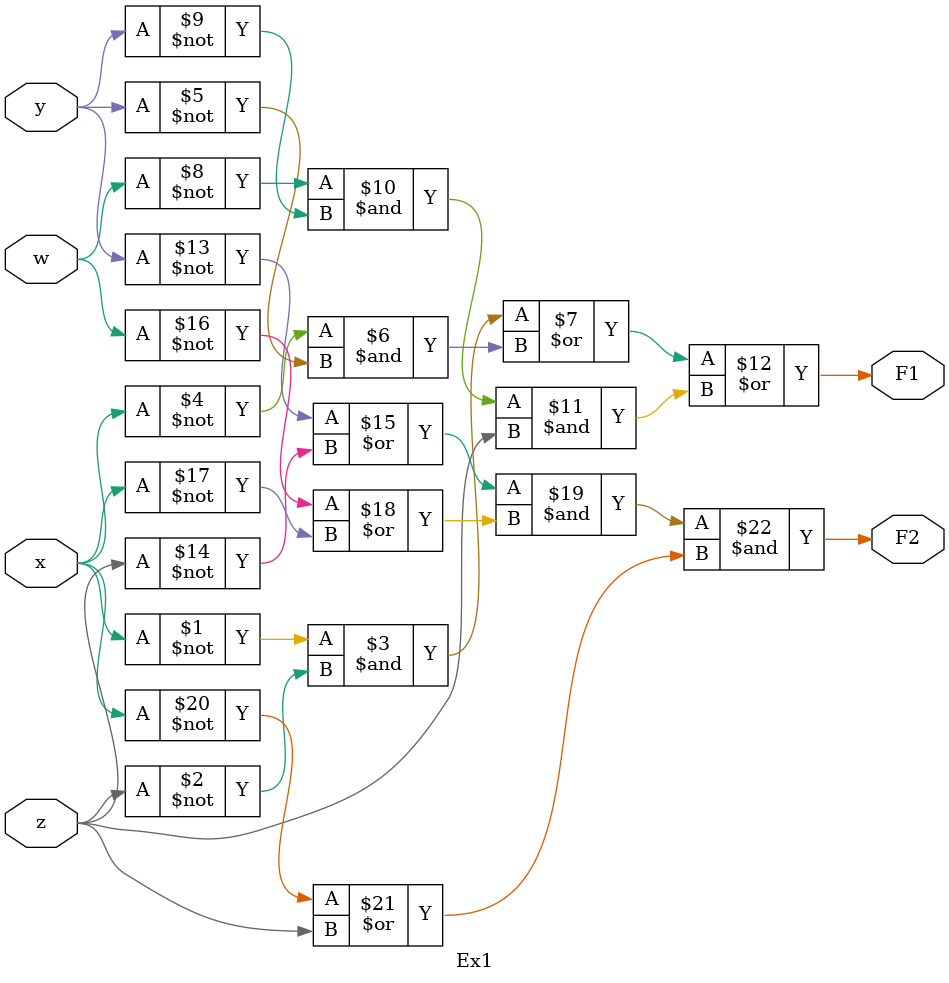
<source format=v>
`timescale 1ns / 1ps
module Ex1(F1, F2, w, x, y, z);
output F1, F2;
input w, x, y, z;

wire F1, F2, w, x, y, z;

assign F1 = ~x&~z | ~x&~y | ~w&~y&z;
assign F2 = (~y|~z) & (~w|~x) & (~x|z);

endmodule

</source>
